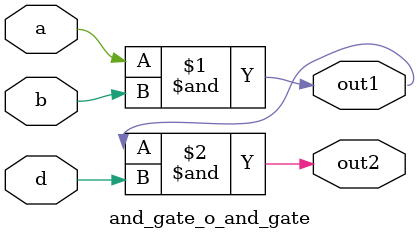
<source format=sv>
module and_gate_o_and_gate(a,b,d,out1,out2);
	input a,b,d;
	output out1,out2;
	assign out1=a&b;
	assign out2=out1&d;
endmodule

</source>
